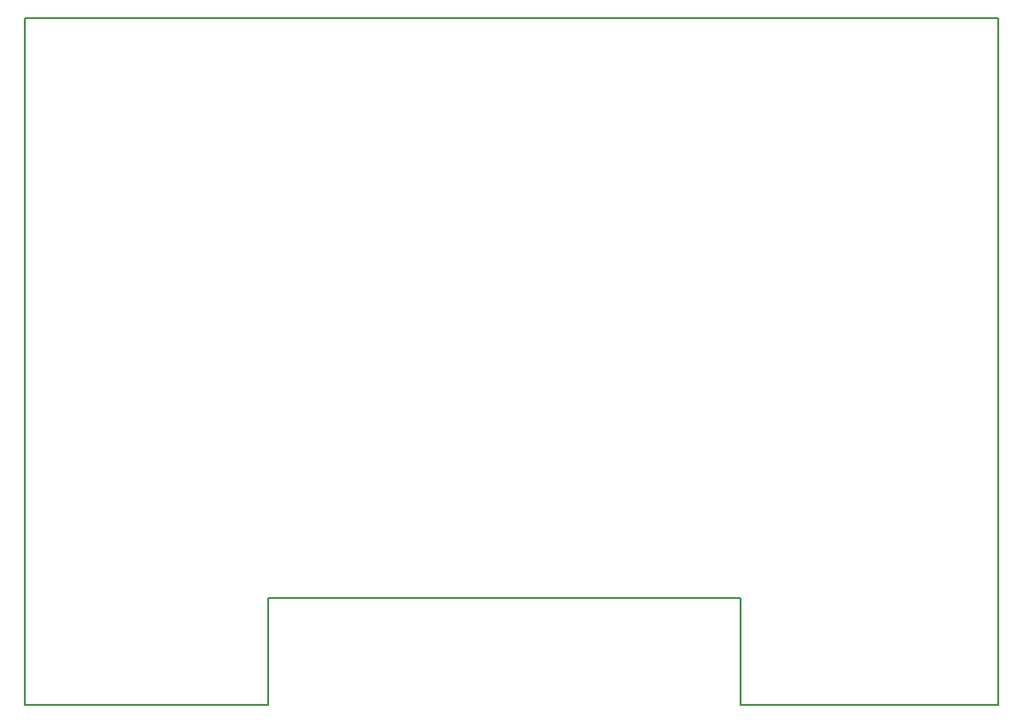
<source format=gbr>
G04 #@! TF.FileFunction,Profile,NP*
%FSLAX46Y46*%
G04 Gerber Fmt 4.6, Leading zero omitted, Abs format (unit mm)*
G04 Created by KiCad (PCBNEW 4.0.6-e0-6349~52~ubuntu17.04.1) date Sat May 20 12:03:27 2017*
%MOMM*%
%LPD*%
G01*
G04 APERTURE LIST*
%ADD10C,0.100000*%
%ADD11C,0.150000*%
G04 APERTURE END LIST*
D10*
D11*
X43180000Y0D02*
X-43180000Y0D01*
X43180000Y-60960000D02*
X43180000Y0D01*
X20320000Y-60960000D02*
X43180000Y-60960000D01*
X20320000Y-51435000D02*
X20320000Y-60960000D01*
X-21590000Y-51435000D02*
X20320000Y-51435000D01*
X-21590000Y-60960000D02*
X-21590000Y-51435000D01*
X-43180000Y-60960000D02*
X-21590000Y-60960000D01*
X-43180000Y0D02*
X-43180000Y-60960000D01*
M02*

</source>
